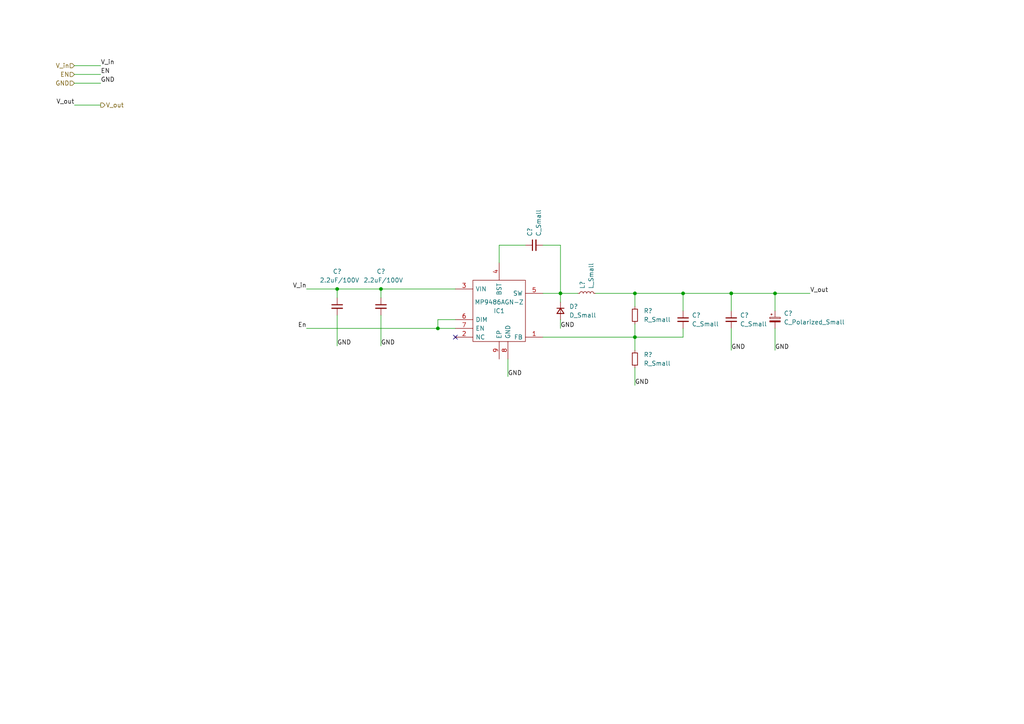
<source format=kicad_sch>
(kicad_sch (version 20211123) (generator eeschema)
  (paper "A4")
  (lib_symbols
    (symbol "CustomLib:MP9486AGN-Z" (pin_names (offset 0.762))
      (property "Reference" "IC1" (at 12.7 -6.35 0))
      (property "Value" "MP9486AGN-Z" (at 12.7 -3.81 0))
      (symbol "MP9486AGN-Z_0_0"
        (pin passive line (at 25.4 -13.97 180) (length 5.08) (name "FB") (number "1"))
        (pin no_connect line (at 0 -13.97 0) (length 5.08) (name "NC") (number "2"))
        (pin passive line (at 0 0 0) (length 5.08) (name "VIN") (number "3"))
        (pin passive line (at 12.7 7.62 270) (length 5.08) (name "BST") (number "4"))
        (pin passive line (at 25.4 -1.27 180) (length 5.08) (name "SW") (number "5"))
        (pin passive line (at 0 -8.89 0) (length 5.08) (name "DIM") (number "6"))
        (pin passive line (at 0 -11.43 0) (length 5.08) (name "EN") (number "7"))
        (pin passive line (at 15.24 -20.32 90) (length 5.08) (name "GND") (number "8"))
        (pin passive line (at 12.7 -20.32 90) (length 5.08) (name "EP") (number "9"))
      )
      (symbol "MP9486AGN-Z_0_1"
        (polyline (pts (xy 5.08 2.54) (xy 20.32 2.54) (xy 20.32 -15.24) (xy 5.08 -15.24) (xy 5.08 2.54)) (stroke (width 0.1524)))
      )
    )
    (symbol "Device:C_Polarized_Small" (pin_numbers hide) (pin_names (offset 0.254) hide)
      (property "Reference" "C" (at 0.254 1.778 0))
      (property "Value" "C_Polarized_Small" (at 0.254 -2.032 0))
      (symbol "C_Polarized_Small_0_1"
        (rectangle (start -1.524 -0.3048) (end 1.524 -0.6858) (fill (type outline)))
        (rectangle (start -1.524 0.6858) (end 1.524 0.3048))
        (polyline (pts (xy -1.27 1.524) (xy -0.762 1.524)))
        (polyline (pts (xy -1.016 1.27) (xy -1.016 1.778)))
      )
      (symbol "C_Polarized_Small_1_1"
        (pin passive line (at 0 2.54 270) (length 1.8542) (name "~") (number "1"))
        (pin passive line (at 0 -2.54 90) (length 1.8542) (name "~") (number "2"))
      )
    )
    (symbol "Device:C_Small" (pin_numbers hide) (pin_names (offset 0.254) hide)
      (property "Reference" "C" (at 0.254 1.778 0))
      (property "Value" "C_Small" (at 0.254 -2.032 0))
      (symbol "C_Small_0_1"
        (polyline (pts (xy -1.524 -0.508) (xy 1.524 -0.508)) (stroke (width 0.3302)))
        (polyline (pts (xy -1.524 0.508) (xy 1.524 0.508)) (stroke (width 0.3048)))
      )
      (symbol "C_Small_1_1"
        (pin passive line (at 0 2.54 270) (length 2.032) (name "~") (number "1"))
        (pin passive line (at 0 -2.54 90) (length 2.032) (name "~") (number "2"))
      )
    )
    (symbol "Device:D_Small" (pin_numbers hide) (pin_names (offset 0.254) hide)
      (property "Reference" "D" (at -1.27 2.032 0))
      (property "Value" "D_Small" (at -3.81 -2.032 0))
      (symbol "D_Small_0_1"
        (polyline (pts (xy -0.762 -1.016) (xy -0.762 1.016)) (stroke (width 0.254)))
        (polyline (pts (xy -0.762 0) (xy 0.762 0)))
        (polyline (pts (xy 0.762 -1.016) (xy -0.762 0) (xy 0.762 1.016) (xy 0.762 -1.016)) (stroke (width 0.254)))
      )
      (symbol "D_Small_1_1"
        (pin passive line (at -2.54 0 0) (length 1.778) (name "K") (number "1"))
        (pin passive line (at 2.54 0 180) (length 1.778) (name "A") (number "2"))
      )
    )
    (symbol "Device:L_Small" (pin_numbers hide) (pin_names (offset 0.254) hide)
      (property "Reference" "L" (at 0.762 1.016 0))
      (property "Value" "L_Small" (at 0.762 -1.016 0))
      (symbol "L_Small_0_1"
        (arc (start 0 -2.032) (mid 0.508 -1.524) (end 0 -1.016))
        (arc (start 0 -1.016) (mid 0.508 -0.508) (end 0 0))
        (arc (start 0 0) (mid 0.508 0.508) (end 0 1.016))
        (arc (start 0 1.016) (mid 0.508 1.524) (end 0 2.032))
      )
      (symbol "L_Small_1_1"
        (pin passive line (at 0 2.54 270) (length 0.508) (name "~") (number "1"))
        (pin passive line (at 0 -2.54 90) (length 0.508) (name "~") (number "2"))
      )
    )
    (symbol "Device:R_Small" (pin_numbers hide) (pin_names (offset 0.254) hide)
      (property "Reference" "R" (at 0.762 0.508 0))
      (property "Value" "R_Small" (at 0.762 -1.016 0))
      (symbol "R_Small_0_1"
        (rectangle (start -0.762 1.778) (end 0.762 -1.778) (stroke (width 0.2032)))
      )
      (symbol "R_Small_1_1"
        (pin passive line (at 0 2.54 270) (length 0.762) (name "~") (number "1"))
        (pin passive line (at 0 -2.54 90) (length 0.762) (name "~") (number "2"))
      )
    )
  )
  (junction (at 224.79 85.09))
  (junction (at 97.79 83.82))
  (junction (at 184.15 85.09))
  (junction (at 184.15 97.79))
  (junction (at 110.49 83.82))
  (junction (at 198.12 85.09))
  (junction (at 212.09 85.09))
  (junction (at 162.56 85.09))
  (junction (at 127 95.25))
  (no_connect (at 132.08 97.79))
  (wire (pts (xy 224.79 85.09) (xy 234.95 85.09)))
  (wire (pts (xy 21.59 21.59) (xy 29.21 21.59)))
  (wire (pts (xy 97.79 83.82) (xy 110.49 83.82)))
  (wire (pts (xy 97.79 83.82) (xy 97.79 86.36)))
  (wire (pts (xy 152.4 71.12) (xy 144.78 71.12)))
  (wire (pts (xy 212.09 95.25) (xy 212.09 101.6)))
  (wire (pts (xy 157.48 97.79) (xy 184.15 97.79)))
  (wire (pts (xy 144.78 71.12) (xy 144.78 76.2)))
  (wire (pts (xy 184.15 85.09) (xy 198.12 85.09)))
  (wire (pts (xy 162.56 85.09) (xy 162.56 87.63)))
  (wire (pts (xy 147.32 104.14) (xy 147.32 109.22)))
  (wire (pts (xy 157.48 71.12) (xy 162.56 71.12)))
  (wire (pts (xy 88.9 83.82) (xy 97.79 83.82)))
  (wire (pts (xy 21.59 19.05) (xy 29.21 19.05)))
  (wire (pts (xy 127 95.25) (xy 132.08 95.25)))
  (wire (pts (xy 127 92.71) (xy 132.08 92.71)))
  (wire (pts (xy 184.15 85.09) (xy 184.15 88.9)))
  (wire (pts (xy 212.09 85.09) (xy 212.09 90.17)))
  (wire (pts (xy 110.49 91.44) (xy 110.49 100.33)))
  (wire (pts (xy 198.12 85.09) (xy 198.12 90.17)))
  (wire (pts (xy 162.56 71.12) (xy 162.56 85.09)))
  (wire (pts (xy 88.9 95.25) (xy 127 95.25)))
  (wire (pts (xy 21.59 24.13) (xy 29.21 24.13)))
  (wire (pts (xy 184.15 97.79) (xy 184.15 101.6)))
  (wire (pts (xy 21.59 30.48) (xy 29.21 30.48)))
  (wire (pts (xy 184.15 106.68) (xy 184.15 111.76)))
  (wire (pts (xy 127 92.71) (xy 127 95.25)))
  (wire (pts (xy 212.09 85.09) (xy 224.79 85.09)))
  (wire (pts (xy 97.79 91.44) (xy 97.79 100.33)))
  (wire (pts (xy 162.56 85.09) (xy 167.64 85.09)))
  (wire (pts (xy 198.12 97.79) (xy 198.12 95.25)))
  (wire (pts (xy 162.56 92.71) (xy 162.56 95.25)))
  (wire (pts (xy 184.15 97.79) (xy 198.12 97.79)))
  (wire (pts (xy 198.12 85.09) (xy 212.09 85.09)))
  (wire (pts (xy 110.49 83.82) (xy 132.08 83.82)))
  (wire (pts (xy 224.79 85.09) (xy 224.79 90.17)))
  (wire (pts (xy 157.48 85.09) (xy 162.56 85.09)))
  (wire (pts (xy 184.15 93.98) (xy 184.15 97.79)))
  (wire (pts (xy 110.49 83.82) (xy 110.49 86.36)))
  (wire (pts (xy 224.79 95.25) (xy 224.79 101.6)))
  (wire (pts (xy 172.72 85.09) (xy 184.15 85.09)))
  (label "GND" (at 29.21 24.13 0))
  (label "V_out" (at 21.59 30.48 180))
  (label "GND" (at 97.79 100.33 0))
  (label "GND" (at 147.32 109.22 0))
  (label "GND" (at 110.49 100.33 0))
  (label "GND" (at 162.56 95.25 0))
  (label "EN" (at 29.21 21.59 0))
  (label "GND" (at 184.15 111.76 0))
  (label "GND" (at 212.09 101.6 0))
  (label "V_out" (at 234.95 85.09 0))
  (label "En" (at 88.9 95.25 180))
  (label "V_in" (at 29.21 19.05 0))
  (label "GND" (at 224.79 101.6 0))
  (label "V_in" (at 88.9 83.82 180))
  (hierarchical_label "V_out" (shape output) (at 29.21 30.48 0))
  (hierarchical_label "GND" (shape input) (at 21.59 24.13 180))
  (hierarchical_label "V_in" (shape input) (at 21.59 19.05 180))
  (hierarchical_label "EN" (shape input) (at 21.59 21.59 180))
  (symbol (lib_id "Device:C_Small") (at 110.49 88.9 0) (unit 1)
    (property "Reference" "C?" (at 109.22 78.74 0) (effects (justify left)))
    (property "Value" "2.2uF/100V" (at 105.41 81.28 0) (effects (justify left)))
  )
  (symbol (lib_id "Device:C_Small") (at 97.79 88.9 0) (unit 1)
    (property "Reference" "C?" (at 96.52 78.74 0) (effects (justify left)))
    (property "Value" "2.2uF/100V" (at 92.71 81.28 0) (effects (justify left)))
  )
  (symbol (lib_id "Device:R_Small") (at 184.15 91.44 0) (unit 1)
    (property "Reference" "R?" (at 186.69 90.1699 0) (effects (justify left)))
    (property "Value" "R_Small" (at 186.69 92.7099 0) (effects (justify left)))
  )
  (symbol (lib_id "Device:R_Small") (at 184.15 104.14 0) (unit 1)
    (property "Reference" "R?" (at 186.69 102.8699 0) (effects (justify left)))
    (property "Value" "R_Small" (at 186.69 105.4099 0) (effects (justify left)))
  )
  (symbol (lib_id "CustomLib:MP9486AGN-Z") (at 132.08 83.82 0) (unit 1)
    (property "Reference" "IC1" (at 144.78 90.17 0))
    (property "Value" "MP9486AGN-Z" (at 144.78 87.63 0))
    (property "Footprint" "max_KiCAD_lib:SOIC127P600X170-9N" (effects hide))
    (property "Datasheet" "https://componentsearchengine.com/Datasheets/1/MP9486AGN-Z.pdf" (effects hide))
    (property "Description" "Switching Voltage Regulators 100V Input, 3.5A, Switching Current Limit Step-Down Converter" (effects hide))
    (property "Height" "1.7" (effects hide))
    (property "Mouser Part Number" "946-MP9486AGN-Z" (effects hide))
    (property "Mouser Price/Stock" "https://www.mouser.co.uk/ProductDetail/Monolithic-Power-Systems-MPS/MP9486AGN-Z?qs=YCa%2FAAYMW010ws20lFESXg%3D%3D" (effects hide))
    (property "Manufacturer_Name" "Monolithic Power Systems (MPS)" (effects hide))
    (property "Manufacturer_Part_Number" "MP9486AGN-Z" (effects hide))
  )
  (symbol (lib_id "Device:C_Small") (at 198.12 92.71 0) (unit 1)
    (property "Reference" "C?" (at 200.66 91.4462 0) (effects (justify left)))
    (property "Value" "C_Small" (at 200.66 93.9862 0) (effects (justify left)))
  )
  (symbol (lib_id "Device:C_Small") (at 212.09 92.71 0) (unit 1)
    (property "Reference" "C?" (at 214.63 91.4462 0) (effects (justify left)))
    (property "Value" "C_Small" (at 214.63 93.9862 0) (effects (justify left)))
  )
  (symbol (lib_id "Device:C_Polarized_Small") (at 224.79 92.71 0) (unit 1)
    (property "Reference" "C?" (at 227.33 90.8938 0) (effects (justify left)))
    (property "Value" "C_Polarized_Small" (at 227.33 93.4338 0) (effects (justify left)))
  )
  (symbol (lib_id "Device:D_Small") (at 162.56 90.17 270) (unit 1)
    (property "Reference" "D?" (at 165.1 88.8999 90) (effects (justify left)))
    (property "Value" "D_Small" (at 165.1 91.4399 90) (effects (justify left)))
  )
  (symbol (lib_id "Device:C_Small") (at 154.94 71.12 90) (unit 1)
    (property "Reference" "C?" (at 153.6762 68.58 0) (effects (justify left)))
    (property "Value" "C_Small" (at 156.2162 68.58 0) (effects (justify left)))
  )
  (symbol (lib_id "Device:L_Small") (at 170.18 85.09 90) (unit 1)
    (property "Reference" "L?" (at 168.9099 83.82 0) (effects (justify left)))
    (property "Value" "L_Small" (at 171.4499 83.82 0) (effects (justify left)))
  )
)
</source>
